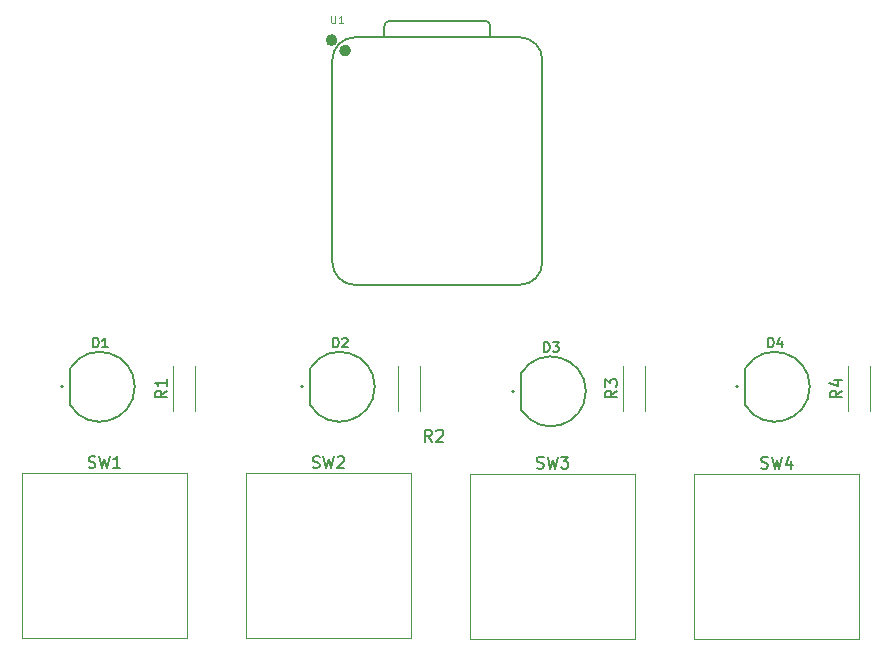
<source format=gbr>
%TF.GenerationSoftware,KiCad,Pcbnew,9.0.3*%
%TF.CreationDate,2025-08-01T16:23:24-05:00*%
%TF.ProjectId,pathfinder,70617468-6669-46e6-9465-722e6b696361,rev?*%
%TF.SameCoordinates,Original*%
%TF.FileFunction,Legend,Top*%
%TF.FilePolarity,Positive*%
%FSLAX46Y46*%
G04 Gerber Fmt 4.6, Leading zero omitted, Abs format (unit mm)*
G04 Created by KiCad (PCBNEW 9.0.3) date 2025-08-01 16:23:24*
%MOMM*%
%LPD*%
G01*
G04 APERTURE LIST*
%ADD10C,0.150000*%
%ADD11C,0.101600*%
%ADD12C,0.127000*%
%ADD13C,0.200000*%
%ADD14C,0.120000*%
%ADD15C,0.100000*%
%ADD16C,0.504000*%
G04 APERTURE END LIST*
D10*
X115019524Y-94285545D02*
X115019524Y-93485545D01*
X115019524Y-93485545D02*
X115210000Y-93485545D01*
X115210000Y-93485545D02*
X115324286Y-93523640D01*
X115324286Y-93523640D02*
X115400476Y-93599830D01*
X115400476Y-93599830D02*
X115438571Y-93676021D01*
X115438571Y-93676021D02*
X115476667Y-93828402D01*
X115476667Y-93828402D02*
X115476667Y-93942688D01*
X115476667Y-93942688D02*
X115438571Y-94095069D01*
X115438571Y-94095069D02*
X115400476Y-94171259D01*
X115400476Y-94171259D02*
X115324286Y-94247450D01*
X115324286Y-94247450D02*
X115210000Y-94285545D01*
X115210000Y-94285545D02*
X115019524Y-94285545D01*
X115781428Y-93561735D02*
X115819524Y-93523640D01*
X115819524Y-93523640D02*
X115895714Y-93485545D01*
X115895714Y-93485545D02*
X116086190Y-93485545D01*
X116086190Y-93485545D02*
X116162381Y-93523640D01*
X116162381Y-93523640D02*
X116200476Y-93561735D01*
X116200476Y-93561735D02*
X116238571Y-93637926D01*
X116238571Y-93637926D02*
X116238571Y-93714116D01*
X116238571Y-93714116D02*
X116200476Y-93828402D01*
X116200476Y-93828402D02*
X115743333Y-94285545D01*
X115743333Y-94285545D02*
X116238571Y-94285545D01*
X139028569Y-97956666D02*
X138552378Y-98289999D01*
X139028569Y-98528094D02*
X138028569Y-98528094D01*
X138028569Y-98528094D02*
X138028569Y-98147142D01*
X138028569Y-98147142D02*
X138076188Y-98051904D01*
X138076188Y-98051904D02*
X138123807Y-98004285D01*
X138123807Y-98004285D02*
X138219045Y-97956666D01*
X138219045Y-97956666D02*
X138361902Y-97956666D01*
X138361902Y-97956666D02*
X138457140Y-98004285D01*
X138457140Y-98004285D02*
X138504759Y-98051904D01*
X138504759Y-98051904D02*
X138552378Y-98147142D01*
X138552378Y-98147142D02*
X138552378Y-98528094D01*
X138028569Y-97623332D02*
X138028569Y-97004285D01*
X138028569Y-97004285D02*
X138409521Y-97337618D01*
X138409521Y-97337618D02*
X138409521Y-97194761D01*
X138409521Y-97194761D02*
X138457140Y-97099523D01*
X138457140Y-97099523D02*
X138504759Y-97051904D01*
X138504759Y-97051904D02*
X138599997Y-97004285D01*
X138599997Y-97004285D02*
X138838092Y-97004285D01*
X138838092Y-97004285D02*
X138933330Y-97051904D01*
X138933330Y-97051904D02*
X138980950Y-97099523D01*
X138980950Y-97099523D02*
X139028569Y-97194761D01*
X139028569Y-97194761D02*
X139028569Y-97480475D01*
X139028569Y-97480475D02*
X138980950Y-97575713D01*
X138980950Y-97575713D02*
X138933330Y-97623332D01*
X132890249Y-94672284D02*
X132890249Y-93872284D01*
X132890249Y-93872284D02*
X133080725Y-93872284D01*
X133080725Y-93872284D02*
X133195011Y-93910379D01*
X133195011Y-93910379D02*
X133271201Y-93986569D01*
X133271201Y-93986569D02*
X133309296Y-94062760D01*
X133309296Y-94062760D02*
X133347392Y-94215141D01*
X133347392Y-94215141D02*
X133347392Y-94329427D01*
X133347392Y-94329427D02*
X133309296Y-94481808D01*
X133309296Y-94481808D02*
X133271201Y-94557998D01*
X133271201Y-94557998D02*
X133195011Y-94634189D01*
X133195011Y-94634189D02*
X133080725Y-94672284D01*
X133080725Y-94672284D02*
X132890249Y-94672284D01*
X133614058Y-93872284D02*
X134109296Y-93872284D01*
X134109296Y-93872284D02*
X133842630Y-94177046D01*
X133842630Y-94177046D02*
X133956915Y-94177046D01*
X133956915Y-94177046D02*
X134033106Y-94215141D01*
X134033106Y-94215141D02*
X134071201Y-94253236D01*
X134071201Y-94253236D02*
X134109296Y-94329427D01*
X134109296Y-94329427D02*
X134109296Y-94519903D01*
X134109296Y-94519903D02*
X134071201Y-94596093D01*
X134071201Y-94596093D02*
X134033106Y-94634189D01*
X134033106Y-94634189D02*
X133956915Y-94672284D01*
X133956915Y-94672284D02*
X133728344Y-94672284D01*
X133728344Y-94672284D02*
X133652153Y-94634189D01*
X133652153Y-94634189D02*
X133614058Y-94596093D01*
X151241128Y-104507233D02*
X151383985Y-104554852D01*
X151383985Y-104554852D02*
X151622080Y-104554852D01*
X151622080Y-104554852D02*
X151717318Y-104507233D01*
X151717318Y-104507233D02*
X151764937Y-104459613D01*
X151764937Y-104459613D02*
X151812556Y-104364375D01*
X151812556Y-104364375D02*
X151812556Y-104269137D01*
X151812556Y-104269137D02*
X151764937Y-104173899D01*
X151764937Y-104173899D02*
X151717318Y-104126280D01*
X151717318Y-104126280D02*
X151622080Y-104078661D01*
X151622080Y-104078661D02*
X151431604Y-104031042D01*
X151431604Y-104031042D02*
X151336366Y-103983423D01*
X151336366Y-103983423D02*
X151288747Y-103935804D01*
X151288747Y-103935804D02*
X151241128Y-103840566D01*
X151241128Y-103840566D02*
X151241128Y-103745328D01*
X151241128Y-103745328D02*
X151288747Y-103650090D01*
X151288747Y-103650090D02*
X151336366Y-103602471D01*
X151336366Y-103602471D02*
X151431604Y-103554852D01*
X151431604Y-103554852D02*
X151669699Y-103554852D01*
X151669699Y-103554852D02*
X151812556Y-103602471D01*
X152145890Y-103554852D02*
X152383985Y-104554852D01*
X152383985Y-104554852D02*
X152574461Y-103840566D01*
X152574461Y-103840566D02*
X152764937Y-104554852D01*
X152764937Y-104554852D02*
X153003033Y-103554852D01*
X153812556Y-103888185D02*
X153812556Y-104554852D01*
X153574461Y-103507233D02*
X153336366Y-104221518D01*
X153336366Y-104221518D02*
X153955413Y-104221518D01*
X94312086Y-104451670D02*
X94454943Y-104499289D01*
X94454943Y-104499289D02*
X94693038Y-104499289D01*
X94693038Y-104499289D02*
X94788276Y-104451670D01*
X94788276Y-104451670D02*
X94835895Y-104404050D01*
X94835895Y-104404050D02*
X94883514Y-104308812D01*
X94883514Y-104308812D02*
X94883514Y-104213574D01*
X94883514Y-104213574D02*
X94835895Y-104118336D01*
X94835895Y-104118336D02*
X94788276Y-104070717D01*
X94788276Y-104070717D02*
X94693038Y-104023098D01*
X94693038Y-104023098D02*
X94502562Y-103975479D01*
X94502562Y-103975479D02*
X94407324Y-103927860D01*
X94407324Y-103927860D02*
X94359705Y-103880241D01*
X94359705Y-103880241D02*
X94312086Y-103785003D01*
X94312086Y-103785003D02*
X94312086Y-103689765D01*
X94312086Y-103689765D02*
X94359705Y-103594527D01*
X94359705Y-103594527D02*
X94407324Y-103546908D01*
X94407324Y-103546908D02*
X94502562Y-103499289D01*
X94502562Y-103499289D02*
X94740657Y-103499289D01*
X94740657Y-103499289D02*
X94883514Y-103546908D01*
X95216848Y-103499289D02*
X95454943Y-104499289D01*
X95454943Y-104499289D02*
X95645419Y-103785003D01*
X95645419Y-103785003D02*
X95835895Y-104499289D01*
X95835895Y-104499289D02*
X96073991Y-103499289D01*
X96978752Y-104499289D02*
X96407324Y-104499289D01*
X96693038Y-104499289D02*
X96693038Y-103499289D01*
X96693038Y-103499289D02*
X96597800Y-103642146D01*
X96597800Y-103642146D02*
X96502562Y-103737384D01*
X96502562Y-103737384D02*
X96407324Y-103785003D01*
X151849524Y-94285545D02*
X151849524Y-93485545D01*
X151849524Y-93485545D02*
X152040000Y-93485545D01*
X152040000Y-93485545D02*
X152154286Y-93523640D01*
X152154286Y-93523640D02*
X152230476Y-93599830D01*
X152230476Y-93599830D02*
X152268571Y-93676021D01*
X152268571Y-93676021D02*
X152306667Y-93828402D01*
X152306667Y-93828402D02*
X152306667Y-93942688D01*
X152306667Y-93942688D02*
X152268571Y-94095069D01*
X152268571Y-94095069D02*
X152230476Y-94171259D01*
X152230476Y-94171259D02*
X152154286Y-94247450D01*
X152154286Y-94247450D02*
X152040000Y-94285545D01*
X152040000Y-94285545D02*
X151849524Y-94285545D01*
X152992381Y-93752211D02*
X152992381Y-94285545D01*
X152801905Y-93447450D02*
X152611428Y-94018878D01*
X152611428Y-94018878D02*
X153106667Y-94018878D01*
X158078569Y-97956666D02*
X157602378Y-98289999D01*
X158078569Y-98528094D02*
X157078569Y-98528094D01*
X157078569Y-98528094D02*
X157078569Y-98147142D01*
X157078569Y-98147142D02*
X157126188Y-98051904D01*
X157126188Y-98051904D02*
X157173807Y-98004285D01*
X157173807Y-98004285D02*
X157269045Y-97956666D01*
X157269045Y-97956666D02*
X157411902Y-97956666D01*
X157411902Y-97956666D02*
X157507140Y-98004285D01*
X157507140Y-98004285D02*
X157554759Y-98051904D01*
X157554759Y-98051904D02*
X157602378Y-98147142D01*
X157602378Y-98147142D02*
X157602378Y-98528094D01*
X157411902Y-97099523D02*
X158078569Y-97099523D01*
X157030950Y-97337618D02*
X157745235Y-97575713D01*
X157745235Y-97575713D02*
X157745235Y-96956666D01*
X113284167Y-104451950D02*
X113427024Y-104499569D01*
X113427024Y-104499569D02*
X113665119Y-104499569D01*
X113665119Y-104499569D02*
X113760357Y-104451950D01*
X113760357Y-104451950D02*
X113807976Y-104404330D01*
X113807976Y-104404330D02*
X113855595Y-104309092D01*
X113855595Y-104309092D02*
X113855595Y-104213854D01*
X113855595Y-104213854D02*
X113807976Y-104118616D01*
X113807976Y-104118616D02*
X113760357Y-104070997D01*
X113760357Y-104070997D02*
X113665119Y-104023378D01*
X113665119Y-104023378D02*
X113474643Y-103975759D01*
X113474643Y-103975759D02*
X113379405Y-103928140D01*
X113379405Y-103928140D02*
X113331786Y-103880521D01*
X113331786Y-103880521D02*
X113284167Y-103785283D01*
X113284167Y-103785283D02*
X113284167Y-103690045D01*
X113284167Y-103690045D02*
X113331786Y-103594807D01*
X113331786Y-103594807D02*
X113379405Y-103547188D01*
X113379405Y-103547188D02*
X113474643Y-103499569D01*
X113474643Y-103499569D02*
X113712738Y-103499569D01*
X113712738Y-103499569D02*
X113855595Y-103547188D01*
X114188929Y-103499569D02*
X114427024Y-104499569D01*
X114427024Y-104499569D02*
X114617500Y-103785283D01*
X114617500Y-103785283D02*
X114807976Y-104499569D01*
X114807976Y-104499569D02*
X115046072Y-103499569D01*
X115379405Y-103594807D02*
X115427024Y-103547188D01*
X115427024Y-103547188D02*
X115522262Y-103499569D01*
X115522262Y-103499569D02*
X115760357Y-103499569D01*
X115760357Y-103499569D02*
X115855595Y-103547188D01*
X115855595Y-103547188D02*
X115903214Y-103594807D01*
X115903214Y-103594807D02*
X115950833Y-103690045D01*
X115950833Y-103690045D02*
X115950833Y-103785283D01*
X115950833Y-103785283D02*
X115903214Y-103928140D01*
X115903214Y-103928140D02*
X115331786Y-104499569D01*
X115331786Y-104499569D02*
X115950833Y-104499569D01*
X94699524Y-94285545D02*
X94699524Y-93485545D01*
X94699524Y-93485545D02*
X94890000Y-93485545D01*
X94890000Y-93485545D02*
X95004286Y-93523640D01*
X95004286Y-93523640D02*
X95080476Y-93599830D01*
X95080476Y-93599830D02*
X95118571Y-93676021D01*
X95118571Y-93676021D02*
X95156667Y-93828402D01*
X95156667Y-93828402D02*
X95156667Y-93942688D01*
X95156667Y-93942688D02*
X95118571Y-94095069D01*
X95118571Y-94095069D02*
X95080476Y-94171259D01*
X95080476Y-94171259D02*
X95004286Y-94247450D01*
X95004286Y-94247450D02*
X94890000Y-94285545D01*
X94890000Y-94285545D02*
X94699524Y-94285545D01*
X95918571Y-94285545D02*
X95461428Y-94285545D01*
X95690000Y-94285545D02*
X95690000Y-93485545D01*
X95690000Y-93485545D02*
X95613809Y-93599830D01*
X95613809Y-93599830D02*
X95537619Y-93676021D01*
X95537619Y-93676021D02*
X95461428Y-93714116D01*
D11*
X114841190Y-66234729D02*
X114841190Y-66748776D01*
X114841190Y-66748776D02*
X114871428Y-66809252D01*
X114871428Y-66809252D02*
X114901666Y-66839491D01*
X114901666Y-66839491D02*
X114962142Y-66869729D01*
X114962142Y-66869729D02*
X115083095Y-66869729D01*
X115083095Y-66869729D02*
X115143571Y-66839491D01*
X115143571Y-66839491D02*
X115173809Y-66809252D01*
X115173809Y-66809252D02*
X115204047Y-66748776D01*
X115204047Y-66748776D02*
X115204047Y-66234729D01*
X115839047Y-66869729D02*
X115476190Y-66869729D01*
X115657618Y-66869729D02*
X115657618Y-66234729D01*
X115657618Y-66234729D02*
X115597142Y-66325443D01*
X115597142Y-66325443D02*
X115536666Y-66385919D01*
X115536666Y-66385919D02*
X115476190Y-66416157D01*
D10*
X132260908Y-104507233D02*
X132403765Y-104554852D01*
X132403765Y-104554852D02*
X132641860Y-104554852D01*
X132641860Y-104554852D02*
X132737098Y-104507233D01*
X132737098Y-104507233D02*
X132784717Y-104459613D01*
X132784717Y-104459613D02*
X132832336Y-104364375D01*
X132832336Y-104364375D02*
X132832336Y-104269137D01*
X132832336Y-104269137D02*
X132784717Y-104173899D01*
X132784717Y-104173899D02*
X132737098Y-104126280D01*
X132737098Y-104126280D02*
X132641860Y-104078661D01*
X132641860Y-104078661D02*
X132451384Y-104031042D01*
X132451384Y-104031042D02*
X132356146Y-103983423D01*
X132356146Y-103983423D02*
X132308527Y-103935804D01*
X132308527Y-103935804D02*
X132260908Y-103840566D01*
X132260908Y-103840566D02*
X132260908Y-103745328D01*
X132260908Y-103745328D02*
X132308527Y-103650090D01*
X132308527Y-103650090D02*
X132356146Y-103602471D01*
X132356146Y-103602471D02*
X132451384Y-103554852D01*
X132451384Y-103554852D02*
X132689479Y-103554852D01*
X132689479Y-103554852D02*
X132832336Y-103602471D01*
X133165670Y-103554852D02*
X133403765Y-104554852D01*
X133403765Y-104554852D02*
X133594241Y-103840566D01*
X133594241Y-103840566D02*
X133784717Y-104554852D01*
X133784717Y-104554852D02*
X134022813Y-103554852D01*
X134308527Y-103554852D02*
X134927574Y-103554852D01*
X134927574Y-103554852D02*
X134594241Y-103935804D01*
X134594241Y-103935804D02*
X134737098Y-103935804D01*
X134737098Y-103935804D02*
X134832336Y-103983423D01*
X134832336Y-103983423D02*
X134879955Y-104031042D01*
X134879955Y-104031042D02*
X134927574Y-104126280D01*
X134927574Y-104126280D02*
X134927574Y-104364375D01*
X134927574Y-104364375D02*
X134879955Y-104459613D01*
X134879955Y-104459613D02*
X134832336Y-104507233D01*
X134832336Y-104507233D02*
X134737098Y-104554852D01*
X134737098Y-104554852D02*
X134451384Y-104554852D01*
X134451384Y-104554852D02*
X134356146Y-104507233D01*
X134356146Y-104507233D02*
X134308527Y-104459613D01*
X123377083Y-102264819D02*
X123043750Y-101788628D01*
X122805655Y-102264819D02*
X122805655Y-101264819D01*
X122805655Y-101264819D02*
X123186607Y-101264819D01*
X123186607Y-101264819D02*
X123281845Y-101312438D01*
X123281845Y-101312438D02*
X123329464Y-101360057D01*
X123329464Y-101360057D02*
X123377083Y-101455295D01*
X123377083Y-101455295D02*
X123377083Y-101598152D01*
X123377083Y-101598152D02*
X123329464Y-101693390D01*
X123329464Y-101693390D02*
X123281845Y-101741009D01*
X123281845Y-101741009D02*
X123186607Y-101788628D01*
X123186607Y-101788628D02*
X122805655Y-101788628D01*
X123758036Y-101360057D02*
X123805655Y-101312438D01*
X123805655Y-101312438D02*
X123900893Y-101264819D01*
X123900893Y-101264819D02*
X124138988Y-101264819D01*
X124138988Y-101264819D02*
X124234226Y-101312438D01*
X124234226Y-101312438D02*
X124281845Y-101360057D01*
X124281845Y-101360057D02*
X124329464Y-101455295D01*
X124329464Y-101455295D02*
X124329464Y-101550533D01*
X124329464Y-101550533D02*
X124281845Y-101693390D01*
X124281845Y-101693390D02*
X123710417Y-102264819D01*
X123710417Y-102264819D02*
X124329464Y-102264819D01*
X100928569Y-97956666D02*
X100452378Y-98289999D01*
X100928569Y-98528094D02*
X99928569Y-98528094D01*
X99928569Y-98528094D02*
X99928569Y-98147142D01*
X99928569Y-98147142D02*
X99976188Y-98051904D01*
X99976188Y-98051904D02*
X100023807Y-98004285D01*
X100023807Y-98004285D02*
X100119045Y-97956666D01*
X100119045Y-97956666D02*
X100261902Y-97956666D01*
X100261902Y-97956666D02*
X100357140Y-98004285D01*
X100357140Y-98004285D02*
X100404759Y-98051904D01*
X100404759Y-98051904D02*
X100452378Y-98147142D01*
X100452378Y-98147142D02*
X100452378Y-98528094D01*
X100928569Y-97004285D02*
X100928569Y-97575713D01*
X100928569Y-97289999D02*
X99928569Y-97289999D01*
X99928569Y-97289999D02*
X100071426Y-97385237D01*
X100071426Y-97385237D02*
X100166664Y-97480475D01*
X100166664Y-97480475D02*
X100214283Y-97575713D01*
D12*
%TO.C,D2*%
X113070000Y-96065250D02*
X113070000Y-99197250D01*
X113070000Y-96065250D02*
G75*
G02*
X113070000Y-99197250I2506124J-1566000D01*
G01*
D13*
X112470000Y-97631250D02*
G75*
G02*
X112270000Y-97631250I-100000J0D01*
G01*
X112270000Y-97631250D02*
G75*
G02*
X112470000Y-97631250I100000J0D01*
G01*
D14*
%TO.C,R3*%
X139573750Y-99710000D02*
X139573750Y-95870000D01*
X141413750Y-99710000D02*
X141413750Y-95870000D01*
D12*
%TO.C,D3*%
X130940725Y-96451989D02*
X130940725Y-99583989D01*
X130940725Y-96451989D02*
G75*
G02*
X130940725Y-99583989I2506124J-1566000D01*
G01*
D13*
X130340725Y-98017989D02*
G75*
G02*
X130140725Y-98017989I-100000J0D01*
G01*
X130140725Y-98017989D02*
G75*
G02*
X130340725Y-98017989I100000J0D01*
G01*
D14*
%TO.C,SW4*%
X145589461Y-104989033D02*
X159559461Y-104989033D01*
X145589461Y-118959033D02*
X145589461Y-104989033D01*
X159559461Y-104989033D02*
X159559461Y-118959033D01*
X159559461Y-118959033D02*
X145589461Y-118959033D01*
%TO.C,SW1*%
X88660419Y-104933470D02*
X102630419Y-104933470D01*
X88660419Y-118903470D02*
X88660419Y-104933470D01*
X102630419Y-104933470D02*
X102630419Y-118903470D01*
X102630419Y-118903470D02*
X88660419Y-118903470D01*
D12*
%TO.C,D4*%
X149900000Y-96065250D02*
X149900000Y-99197250D01*
X149900000Y-96065250D02*
G75*
G02*
X149900000Y-99197250I2506124J-1566000D01*
G01*
D13*
X149300000Y-97631250D02*
G75*
G02*
X149100000Y-97631250I-100000J0D01*
G01*
X149100000Y-97631250D02*
G75*
G02*
X149300000Y-97631250I100000J0D01*
G01*
D14*
%TO.C,R4*%
X158623750Y-99710000D02*
X158623750Y-95870000D01*
X160463750Y-99710000D02*
X160463750Y-95870000D01*
%TO.C,SW2*%
X107632500Y-104933750D02*
X121602500Y-104933750D01*
X107632500Y-118903750D02*
X107632500Y-104933750D01*
X121602500Y-104933750D02*
X121602500Y-118903750D01*
X121602500Y-118903750D02*
X107632500Y-118903750D01*
D12*
%TO.C,D1*%
X92750000Y-96065250D02*
X92750000Y-99197250D01*
X92750000Y-96065250D02*
G75*
G02*
X92750000Y-99197250I2506124J-1566000D01*
G01*
D13*
X92150000Y-97631250D02*
G75*
G02*
X91950000Y-97631250I-100000J0D01*
G01*
X91950000Y-97631250D02*
G75*
G02*
X92150000Y-97631250I100000J0D01*
G01*
D12*
%TO.C,U1*%
X114935000Y-87090250D02*
X114935000Y-69945250D01*
X116840000Y-88995250D02*
X130810000Y-88995250D01*
X119330000Y-68040250D02*
X119333728Y-67129978D01*
X119833728Y-66630250D02*
X127829000Y-66630250D01*
X128329000Y-67130250D02*
X128329000Y-68040250D01*
D15*
X130810000Y-68040250D02*
X116840000Y-68040250D01*
D12*
X130810000Y-68040250D02*
X116840000Y-68040250D01*
X132715000Y-87090250D02*
X132715000Y-69945250D01*
X114935000Y-69945250D02*
G75*
G02*
X116840000Y-68040250I1905001J-1D01*
G01*
X116840000Y-88995250D02*
G75*
G02*
X114935000Y-87090250I1J1905001D01*
G01*
X119333728Y-67129978D02*
G75*
G02*
X119833728Y-66630251I500018J-291D01*
G01*
X127829000Y-66630250D02*
G75*
G02*
X128329000Y-67130250I0J-500000D01*
G01*
X130810000Y-68040250D02*
G75*
G02*
X132715000Y-69945250I0J-1905000D01*
G01*
X132715000Y-87090250D02*
G75*
G02*
X130810000Y-88995250I-1905000J0D01*
G01*
D16*
X115127000Y-68281250D02*
G75*
G02*
X114623000Y-68281250I-252000J0D01*
G01*
X114623000Y-68281250D02*
G75*
G02*
X115127000Y-68281250I252000J0D01*
G01*
X116270000Y-69161250D02*
G75*
G02*
X115766000Y-69161250I-252000J0D01*
G01*
X115766000Y-69161250D02*
G75*
G02*
X116270000Y-69161250I252000J0D01*
G01*
D14*
%TO.C,SW3*%
X126609241Y-104989033D02*
X140579241Y-104989033D01*
X126609241Y-118959033D02*
X126609241Y-104989033D01*
X140579241Y-104989033D02*
X140579241Y-118959033D01*
X140579241Y-118959033D02*
X126609241Y-118959033D01*
%TO.C,R2*%
X120523750Y-99710000D02*
X120523750Y-95870000D01*
X122363750Y-99710000D02*
X122363750Y-95870000D01*
%TO.C,R1*%
X101473750Y-99710000D02*
X101473750Y-95870000D01*
X103313750Y-99710000D02*
X103313750Y-95870000D01*
%TD*%
M02*

</source>
